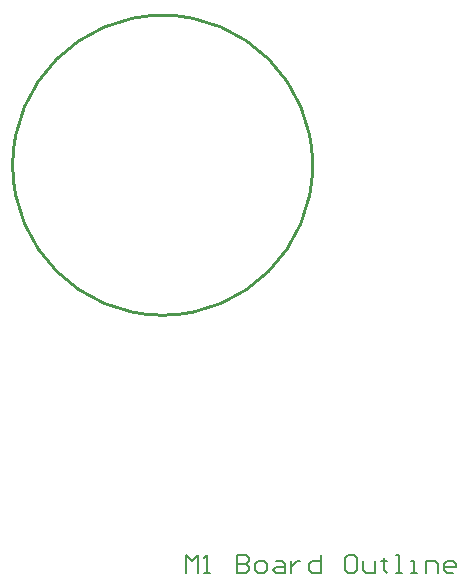
<source format=gm1>
%FSLAX25Y25*%
%MOIN*%
G70*
G01*
G75*
G04 Layer_Color=11296232*
%ADD10R,0.03150X0.02362*%
%ADD11R,0.04331X0.02559*%
%ADD12O,0.06693X0.01378*%
%ADD13R,0.02362X0.03150*%
%ADD14C,0.01500*%
%ADD15C,0.01000*%
%ADD16C,0.03000*%
%ADD17C,0.02500*%
%ADD18C,0.01300*%
%ADD19C,0.02000*%
%ADD20C,0.00800*%
%ADD21C,0.06496*%
%ADD22R,0.06496X0.06496*%
%ADD23R,0.06496X0.06496*%
%ADD24C,0.02000*%
G04:AMPARAMS|DCode=25|XSize=39.37mil|YSize=15.75mil|CornerRadius=3.94mil|HoleSize=0mil|Usage=FLASHONLY|Rotation=0.000|XOffset=0mil|YOffset=0mil|HoleType=Round|Shape=RoundedRectangle|*
%AMROUNDEDRECTD25*
21,1,0.03937,0.00787,0,0,0.0*
21,1,0.03150,0.01575,0,0,0.0*
1,1,0.00787,0.01575,-0.00394*
1,1,0.00787,-0.01575,-0.00394*
1,1,0.00787,-0.01575,0.00394*
1,1,0.00787,0.01575,0.00394*
%
%ADD25ROUNDEDRECTD25*%
G04:AMPARAMS|DCode=26|XSize=74.8mil|YSize=133.86mil|CornerRadius=0mil|HoleSize=0mil|Usage=FLASHONLY|Rotation=270.000|XOffset=0mil|YOffset=0mil|HoleType=Round|Shape=Octagon|*
%AMOCTAGOND26*
4,1,8,0.06693,0.01870,0.06693,-0.01870,0.04823,-0.03740,-0.04823,-0.03740,-0.06693,-0.01870,-0.06693,0.01870,-0.04823,0.03740,0.04823,0.03740,0.06693,0.01870,0.0*
%
%ADD26OCTAGOND26*%

%ADD27R,0.05512X0.03543*%
%ADD28R,0.07087X0.03543*%
%ADD29R,0.03740X0.03937*%
%ADD30R,0.08500X0.10799*%
%ADD31R,0.03937X0.03740*%
%ADD32R,0.02362X0.07480*%
%ADD33C,0.03500*%
%ADD34C,0.00984*%
%ADD35C,0.02362*%
%ADD36C,0.00700*%
%ADD37C,0.00787*%
%ADD38C,0.00600*%
%ADD39C,0.00500*%
%ADD40R,0.03750X0.02962*%
%ADD41R,0.04931X0.03159*%
%ADD42O,0.07293X0.01978*%
%ADD43R,0.02962X0.03750*%
%ADD44C,0.02600*%
G04:AMPARAMS|DCode=45|XSize=45.37mil|YSize=21.75mil|CornerRadius=6.94mil|HoleSize=0mil|Usage=FLASHONLY|Rotation=0.000|XOffset=0mil|YOffset=0mil|HoleType=Round|Shape=RoundedRectangle|*
%AMROUNDEDRECTD45*
21,1,0.04537,0.00787,0,0,0.0*
21,1,0.03150,0.02175,0,0,0.0*
1,1,0.01387,0.01575,-0.00394*
1,1,0.01387,-0.01575,-0.00394*
1,1,0.01387,-0.01575,0.00394*
1,1,0.01387,0.01575,0.00394*
%
%ADD45ROUNDEDRECTD45*%
G04:AMPARAMS|DCode=46|XSize=80.8mil|YSize=139.86mil|CornerRadius=0mil|HoleSize=0mil|Usage=FLASHONLY|Rotation=270.000|XOffset=0mil|YOffset=0mil|HoleType=Round|Shape=Octagon|*
%AMOCTAGOND46*
4,1,8,0.06993,0.02020,0.06993,-0.02020,0.04973,-0.04040,-0.04973,-0.04040,-0.06993,-0.02020,-0.06993,0.02020,-0.04973,0.04040,0.04973,0.04040,0.06993,0.02020,0.0*
%
%ADD46OCTAGOND46*%

%ADD47R,0.06112X0.04143*%
%ADD48R,0.07687X0.04143*%
%ADD49R,0.04340X0.04537*%
%ADD50R,0.09100X0.11399*%
%ADD51R,0.04537X0.04340*%
%ADD52R,0.02962X0.08080*%
%ADD53R,0.02000X0.16400*%
D15*
X100000Y50000D02*
G03*
X100000Y50000I-50000J0D01*
G01*
D20*
X57700Y-85849D02*
Y-79851D01*
X59699Y-81851D01*
X61699Y-79851D01*
Y-85849D01*
X63698D02*
X65697D01*
X64698D01*
Y-79851D01*
X63698Y-80851D01*
X74695Y-79851D02*
Y-85849D01*
X77693D01*
X78693Y-84850D01*
Y-83850D01*
X77693Y-82850D01*
X74695D01*
X77693D01*
X78693Y-81851D01*
Y-80851D01*
X77693Y-79851D01*
X74695D01*
X81692Y-85849D02*
X83692D01*
X84691Y-84850D01*
Y-82850D01*
X83692Y-81851D01*
X81692D01*
X80693Y-82850D01*
Y-84850D01*
X81692Y-85849D01*
X87690Y-81851D02*
X89690D01*
X90689Y-82850D01*
Y-85849D01*
X87690D01*
X86691Y-84850D01*
X87690Y-83850D01*
X90689D01*
X92689Y-81851D02*
Y-85849D01*
Y-83850D01*
X93688Y-82850D01*
X94688Y-81851D01*
X95688D01*
X102685Y-79851D02*
Y-85849D01*
X99686D01*
X98687Y-84850D01*
Y-82850D01*
X99686Y-81851D01*
X102685D01*
X113682Y-79851D02*
X111682D01*
X110683Y-80851D01*
Y-84850D01*
X111682Y-85849D01*
X113682D01*
X114682Y-84850D01*
Y-80851D01*
X113682Y-79851D01*
X116681Y-81851D02*
Y-84850D01*
X117681Y-85849D01*
X120680D01*
Y-81851D01*
X123679Y-80851D02*
Y-81851D01*
X122679D01*
X124678D01*
X123679D01*
Y-84850D01*
X124678Y-85849D01*
X127677D02*
X129677D01*
X128677D01*
Y-79851D01*
X127677D01*
X132676Y-85849D02*
X134675D01*
X133675D01*
Y-81851D01*
X132676D01*
X137674Y-85849D02*
Y-81851D01*
X140673D01*
X141673Y-82850D01*
Y-85849D01*
X146671D02*
X144672D01*
X143672Y-84850D01*
Y-82850D01*
X144672Y-81851D01*
X146671D01*
X147671Y-82850D01*
Y-83850D01*
X143672D01*
M02*

</source>
